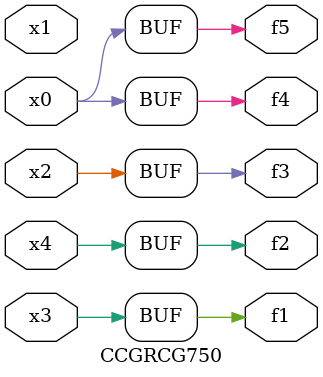
<source format=v>
module CCGRCG750(
	input x0, x1, x2, x3, x4,
	output f1, f2, f3, f4, f5
);
	assign f1 = x3;
	assign f2 = x4;
	assign f3 = x2;
	assign f4 = x0;
	assign f5 = x0;
endmodule

</source>
